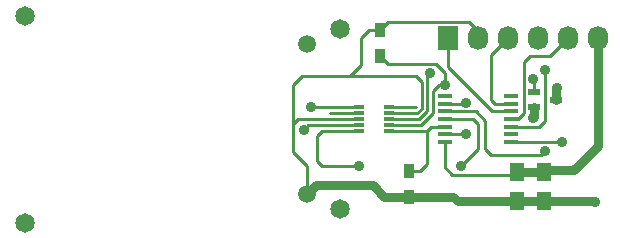
<source format=gtl>
%FSLAX46Y46*%
G04 Gerber Fmt 4.6, Leading zero omitted, Abs format (unit mm)*
G04 Created by KiCad (PCBNEW (2014-jul-16 BZR unknown)-product) date Thu 26 Feb 2015 11:02:22 PM EST*
%MOMM*%
G01*
G04 APERTURE LIST*
%ADD10C,0.100000*%
%ADD11R,1.250000X1.500000*%
%ADD12R,1.300480X0.299720*%
%ADD13C,1.500000*%
%ADD14C,1.651000*%
%ADD15R,1.000760X0.599440*%
%ADD16R,0.900000X1.200000*%
%ADD17R,0.825000X0.300000*%
%ADD18R,1.727200X2.032000*%
%ADD19O,1.727200X2.032000*%
%ADD20C,0.889000*%
%ADD21C,0.762000*%
%ADD22C,0.254000*%
G04 APERTURE END LIST*
D10*
D11*
X184150000Y-84435000D03*
X184150000Y-81935000D03*
X186436000Y-84435000D03*
X186436000Y-81935000D03*
D12*
X183642000Y-79400400D03*
X183642000Y-78765400D03*
X183642000Y-78105000D03*
X183642000Y-77470000D03*
X183642000Y-76809600D03*
X183642000Y-76161900D03*
X183642000Y-75514200D03*
X178054000Y-75514200D03*
X178054000Y-76161900D03*
X178054000Y-76809600D03*
X178054000Y-77470000D03*
X178054000Y-78117700D03*
X178054000Y-78765400D03*
X178054000Y-79413100D03*
D13*
X166370000Y-83820000D03*
X166370000Y-71120000D03*
D14*
X142494000Y-86233000D03*
X142494000Y-68707000D03*
D15*
X185613040Y-76469240D03*
X185613040Y-75168760D03*
X187512960Y-75819000D03*
D16*
X172593000Y-69893000D03*
X172593000Y-72093000D03*
X175006000Y-84031000D03*
X175006000Y-81831000D03*
D17*
X173325000Y-76470000D03*
X173325000Y-76970000D03*
X173325000Y-77470000D03*
X173325000Y-77970000D03*
X173325000Y-78470000D03*
X170845000Y-78470000D03*
X170845000Y-77970000D03*
X170845000Y-77470000D03*
X170845000Y-76970000D03*
X170845000Y-76470000D03*
D14*
X169164000Y-69850000D03*
X169164000Y-85090000D03*
D18*
X178308000Y-70612000D03*
D19*
X180848000Y-70612000D03*
X183388000Y-70612000D03*
X185928000Y-70612000D03*
X188468000Y-70612000D03*
X191008000Y-70612000D03*
D20*
X190754000Y-84455000D03*
X187960000Y-79375000D03*
X185547000Y-77343000D03*
X188976000Y-81788000D03*
X166751000Y-76454000D03*
X166116000Y-78359000D03*
X176784000Y-73533000D03*
X186563000Y-73279000D03*
X185547000Y-74041000D03*
X179832000Y-76073000D03*
X186563000Y-80137000D03*
X170815000Y-81407000D03*
X179451000Y-81407000D03*
X179832000Y-78740000D03*
X178054000Y-74549000D03*
X187579000Y-74803000D03*
D21*
X167132000Y-83058000D02*
X166370000Y-83820000D01*
X171958000Y-83058000D02*
X167132000Y-83058000D01*
X172931000Y-84031000D02*
X171958000Y-83058000D01*
X175006000Y-84031000D02*
X172931000Y-84031000D01*
X184150000Y-84435000D02*
X186436000Y-84435000D01*
X190754000Y-84455000D02*
X190734000Y-84435000D01*
X190734000Y-84435000D02*
X186436000Y-84435000D01*
D22*
X184150000Y-84435000D02*
X184130000Y-84435000D01*
D21*
X178773000Y-84031000D02*
X175006000Y-84031000D01*
X179177000Y-84435000D02*
X178773000Y-84031000D01*
X182011000Y-84435000D02*
X179177000Y-84435000D01*
X184150000Y-84435000D02*
X182011000Y-84435000D01*
D22*
X166370000Y-81407000D02*
X165227000Y-80264000D01*
X165227000Y-80264000D02*
X165227000Y-77851000D01*
X166370000Y-83820000D02*
X166370000Y-81407000D01*
X165608000Y-77470000D02*
X165227000Y-77851000D01*
X170845000Y-77470000D02*
X165608000Y-77470000D01*
X187934600Y-79400400D02*
X187960000Y-79375000D01*
X183388000Y-79400400D02*
X187934600Y-79400400D01*
X176149000Y-76581000D02*
X176149000Y-76200000D01*
X173325000Y-76970000D02*
X175760000Y-76970000D01*
X175760000Y-76970000D02*
X176149000Y-76581000D01*
X176149000Y-74295000D02*
X176149000Y-76581000D01*
X170053000Y-73787000D02*
X165989000Y-73787000D01*
X175641000Y-73787000D02*
X170053000Y-73787000D01*
X176149000Y-74295000D02*
X175641000Y-73787000D01*
X165227000Y-77851000D02*
X165227000Y-74549000D01*
X165989000Y-73787000D02*
X165227000Y-74549000D01*
X171661000Y-69893000D02*
X170942000Y-70612000D01*
X170942000Y-70612000D02*
X170942000Y-72898000D01*
X170942000Y-72898000D02*
X170053000Y-73787000D01*
X172593000Y-69893000D02*
X171661000Y-69893000D01*
X173271000Y-69215000D02*
X172593000Y-69893000D01*
X180086000Y-69215000D02*
X173271000Y-69215000D01*
X180848000Y-69977000D02*
X180086000Y-69215000D01*
X180848000Y-70612000D02*
X180848000Y-69977000D01*
D21*
X186436000Y-81935000D02*
X186583000Y-81788000D01*
X184150000Y-81935000D02*
X186436000Y-81935000D01*
X185613040Y-77276960D02*
X185547000Y-77343000D01*
X185613040Y-76469240D02*
X185613040Y-77276960D01*
X191008000Y-79756000D02*
X188976000Y-81788000D01*
X188976000Y-81788000D02*
X186583000Y-81788000D01*
X191008000Y-70612000D02*
X191008000Y-79756000D01*
D22*
X166767000Y-76470000D02*
X166751000Y-76454000D01*
X170845000Y-76470000D02*
X166767000Y-76470000D01*
X166505000Y-77970000D02*
X166116000Y-78359000D01*
X170845000Y-77970000D02*
X167648000Y-77970000D01*
X167648000Y-77970000D02*
X166505000Y-77970000D01*
X173325000Y-77470000D02*
X175895000Y-77470000D01*
X176555402Y-76809598D02*
X176555402Y-76200000D01*
X175895000Y-77470000D02*
X176555402Y-76809598D01*
X176555402Y-74422000D02*
X176555402Y-74396598D01*
X176555402Y-76200000D02*
X176555402Y-74422000D01*
X183916000Y-82169000D02*
X184150000Y-81935000D01*
X178054000Y-81534000D02*
X178689000Y-82169000D01*
X178689000Y-82169000D02*
X183916000Y-82169000D01*
X178054000Y-79413100D02*
X178054000Y-81534000D01*
X176555402Y-73761598D02*
X176784000Y-73533000D01*
X176555402Y-74422000D02*
X176555402Y-73761598D01*
X186055000Y-78105000D02*
X186563000Y-77597000D01*
X186563000Y-77597000D02*
X186563000Y-73279000D01*
X183642000Y-78105000D02*
X186055000Y-78105000D01*
X184277000Y-77470000D02*
X184785000Y-76962000D01*
X184785000Y-76962000D02*
X184785000Y-72644000D01*
X184785000Y-72644000D02*
X185293000Y-72136000D01*
X185293000Y-72136000D02*
X186944000Y-72136000D01*
X186944000Y-72136000D02*
X188468000Y-70612000D01*
X183642000Y-77470000D02*
X184277000Y-77470000D01*
X182092600Y-76809600D02*
X178308000Y-73025000D01*
X178308000Y-73025000D02*
X178308000Y-70612000D01*
X183642000Y-76809600D02*
X182092600Y-76809600D01*
X182333900Y-76161900D02*
X181991000Y-75819000D01*
X181991000Y-75819000D02*
X181991000Y-72009000D01*
X181991000Y-72009000D02*
X183388000Y-70612000D01*
X183388000Y-76161900D02*
X182333900Y-76161900D01*
X185613040Y-74107040D02*
X185547000Y-74041000D01*
X185613040Y-75168760D02*
X185613040Y-74107040D01*
X179743100Y-76161900D02*
X179832000Y-76073000D01*
X179743100Y-76161900D02*
X179832000Y-76073000D01*
X178054000Y-76161900D02*
X179743100Y-76161900D01*
X181483000Y-80010000D02*
X181991000Y-80518000D01*
X181483000Y-80010000D02*
X181483000Y-77597000D01*
X180695600Y-76809600D02*
X177800000Y-76809600D01*
X180695600Y-76809600D02*
X181483000Y-77597000D01*
X186182000Y-80518000D02*
X186563000Y-80137000D01*
X181991000Y-80518000D02*
X186182000Y-80518000D01*
X180467000Y-77470000D02*
X180848000Y-77851000D01*
X180848000Y-77851000D02*
X180848000Y-80010000D01*
X180848000Y-80010000D02*
X179451000Y-81407000D01*
X167640000Y-81407000D02*
X170815000Y-81407000D01*
X167259000Y-81026000D02*
X167640000Y-81407000D01*
X167259000Y-78867000D02*
X167259000Y-81026000D01*
X167656000Y-78470000D02*
X167259000Y-78867000D01*
X167656000Y-78470000D02*
X170845000Y-78470000D01*
X178054000Y-77470000D02*
X180467000Y-77470000D01*
X176546000Y-78470000D02*
X176898300Y-78117700D01*
X176898300Y-78117700D02*
X178054000Y-78117700D01*
X174355000Y-78470000D02*
X176546000Y-78470000D01*
X173325000Y-78470000D02*
X174355000Y-78470000D01*
X175979000Y-81831000D02*
X176546000Y-81264000D01*
X176546000Y-81264000D02*
X176546000Y-78470000D01*
X175006000Y-81831000D02*
X175979000Y-81831000D01*
X179832000Y-78740000D02*
X179806600Y-78765400D01*
X179806600Y-78765400D02*
X178054000Y-78765400D01*
X177038000Y-76200000D02*
X177038000Y-75057000D01*
X176030000Y-77970000D02*
X177038000Y-76962000D01*
X177038000Y-76962000D02*
X177038000Y-76200000D01*
X173325000Y-77970000D02*
X176030000Y-77970000D01*
X177546000Y-74549000D02*
X178054000Y-74549000D01*
X177038000Y-75057000D02*
X177546000Y-74549000D01*
X178054000Y-73533000D02*
X177292000Y-72771000D01*
X177292000Y-72771000D02*
X173271000Y-72771000D01*
X173271000Y-72771000D02*
X172593000Y-72093000D01*
X178054000Y-74549000D02*
X178054000Y-73533000D01*
D21*
X187512960Y-74869040D02*
X187579000Y-74803000D01*
X187512960Y-75819000D02*
X187512960Y-74869040D01*
D22*
X175625000Y-76470000D02*
X175641000Y-76454000D01*
X173325000Y-76470000D02*
X175625000Y-76470000D01*
X168402000Y-76970000D02*
X168394000Y-76962000D01*
X170845000Y-76970000D02*
X168402000Y-76970000D01*
M02*

</source>
